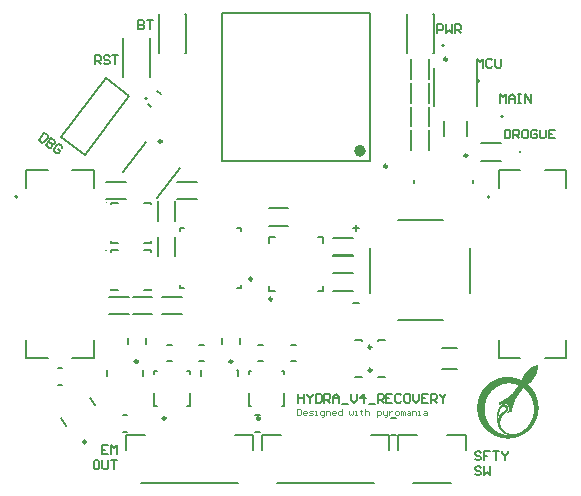
<source format=gto>
G04*
G04 #@! TF.GenerationSoftware,Altium Limited,Altium Designer,24.4.1 (13)*
G04*
G04 Layer_Color=65535*
%FSLAX44Y44*%
%MOMM*%
G71*
G04*
G04 #@! TF.SameCoordinates,36E66750-E4A1-4D4F-82B0-1BBA9B0B1F2C*
G04*
G04*
G04 #@! TF.FilePolarity,Positive*
G04*
G01*
G75*
%ADD10C,0.2500*%
%ADD11C,0.1000*%
%ADD12C,0.2000*%
%ADD13C,0.5000*%
%ADD14C,0.1500*%
%ADD15C,0.1270*%
%ADD16C,0.1692*%
G36*
X205000Y-85000D02*
X204970Y-85711D01*
X204941Y-85800D01*
X204896Y-86170D01*
X204867Y-86584D01*
X204837Y-86940D01*
X204807Y-87117D01*
X204778Y-87265D01*
X204734Y-87665D01*
X204660Y-88124D01*
X204630Y-88243D01*
X204600Y-88391D01*
X204571Y-88657D01*
X204541Y-88805D01*
X204511Y-88924D01*
X204467Y-89087D01*
X204437Y-89294D01*
X204408Y-89472D01*
X204349Y-89620D01*
X204319Y-89738D01*
X204275Y-90019D01*
X204215Y-90167D01*
X204171Y-90330D01*
X204141Y-90538D01*
X204052Y-90745D01*
X204023Y-90863D01*
X203978Y-91056D01*
X203919Y-91204D01*
X203830Y-91530D01*
X203756Y-91692D01*
X203727Y-91811D01*
X203579Y-92196D01*
X203549Y-92314D01*
X203431Y-92581D01*
X203401Y-92699D01*
X203342Y-92759D01*
X203312Y-92877D01*
X203164Y-93203D01*
X203105Y-93351D01*
X202986Y-93617D01*
X202957Y-93677D01*
X202897Y-93736D01*
X202853Y-93899D01*
X202779Y-94002D01*
X202720Y-94150D01*
X202690Y-94210D01*
X202631Y-94269D01*
X202557Y-94461D01*
X202512Y-94506D01*
X202483Y-94565D01*
X202365Y-94772D01*
X202216Y-95039D01*
X202098Y-95246D01*
X202039Y-95305D01*
X202009Y-95424D01*
X201891Y-95542D01*
X201861Y-95631D01*
X201743Y-95809D01*
X201713Y-95868D01*
X201624Y-95957D01*
X201535Y-96105D01*
X201417Y-96283D01*
X201387Y-96342D01*
X201298Y-96431D01*
X201269Y-96490D01*
X201180Y-96579D01*
X201091Y-96727D01*
X200810Y-97097D01*
X200765Y-97141D01*
X200736Y-97200D01*
X200617Y-97319D01*
X200529Y-97467D01*
X200440Y-97556D01*
X200410Y-97615D01*
X200292Y-97733D01*
X200262Y-97793D01*
X200084Y-97970D01*
X200055Y-98030D01*
X199907Y-98178D01*
X199877Y-98237D01*
X199729Y-98385D01*
X199699Y-98444D01*
X199640Y-98474D01*
X199611Y-98533D01*
X199462Y-98681D01*
X199433Y-98740D01*
X199344Y-98799D01*
X199314Y-98859D01*
X197967Y-100206D01*
X197923Y-100221D01*
X197893Y-100280D01*
X197848Y-100325D01*
X197789Y-100354D01*
X197701Y-100473D01*
X197641Y-100502D01*
X197256Y-100887D01*
X197197Y-100917D01*
X196960Y-101154D01*
X196901Y-101183D01*
X196634Y-101450D01*
X196575Y-101480D01*
X196427Y-101628D01*
X196368Y-101657D01*
X196324Y-101790D01*
X196353Y-101879D01*
X196397Y-101924D01*
X196457Y-101953D01*
X196575Y-102072D01*
X196620Y-102087D01*
X196649Y-102146D01*
X196827Y-102294D01*
X197019Y-102486D01*
X197064Y-102501D01*
X197093Y-102560D01*
X197138Y-102605D01*
X197197Y-102634D01*
X197256Y-102723D01*
X197316Y-102753D01*
X198071Y-103508D01*
X198100Y-103567D01*
X198145Y-103612D01*
X198189Y-103626D01*
X198219Y-103686D01*
X198604Y-104071D01*
X198633Y-104130D01*
X198781Y-104278D01*
X198796Y-104322D01*
X198855Y-104352D01*
X198929Y-104456D01*
X199018Y-104544D01*
X199048Y-104604D01*
X199166Y-104722D01*
X199196Y-104781D01*
X199314Y-104900D01*
X199344Y-104959D01*
X199462Y-105077D01*
X199492Y-105137D01*
X199581Y-105225D01*
X199611Y-105285D01*
X199744Y-105448D01*
X199981Y-105744D01*
X200025Y-105788D01*
X200055Y-105847D01*
X200203Y-106055D01*
X200232Y-106114D01*
X200321Y-106203D01*
X200351Y-106262D01*
X200440Y-106351D01*
X200558Y-106558D01*
X200617Y-106617D01*
X200647Y-106677D01*
X200706Y-106736D01*
X200795Y-106884D01*
X200854Y-106943D01*
X201091Y-107358D01*
X201150Y-107417D01*
X201239Y-107565D01*
X201358Y-107772D01*
X201417Y-107831D01*
X201654Y-108246D01*
X201831Y-108542D01*
X201980Y-108809D01*
X202098Y-109016D01*
X202246Y-109283D01*
X202335Y-109490D01*
X202365Y-109549D01*
X202424Y-109608D01*
X202453Y-109727D01*
X202483Y-109786D01*
X202601Y-109964D01*
X202631Y-110082D01*
X202690Y-110141D01*
X202779Y-110378D01*
X202897Y-110645D01*
X202927Y-110704D01*
X203046Y-110970D01*
X203075Y-111030D01*
X203164Y-111237D01*
X203312Y-111563D01*
X203342Y-111681D01*
X203460Y-111948D01*
X203490Y-112066D01*
X203549Y-112125D01*
X203608Y-112362D01*
X203638Y-112421D01*
X203727Y-112629D01*
X203771Y-112792D01*
X203845Y-112954D01*
X203875Y-113073D01*
X203919Y-113236D01*
X203993Y-113399D01*
X204052Y-113636D01*
X204141Y-113843D01*
X204186Y-114065D01*
X204245Y-114213D01*
X204289Y-114376D01*
X204334Y-114598D01*
X204408Y-114790D01*
X204437Y-114909D01*
X204482Y-115131D01*
X204556Y-115383D01*
X204585Y-115501D01*
X204615Y-115768D01*
X204674Y-115916D01*
X204704Y-116034D01*
X204734Y-116241D01*
X204763Y-116360D01*
X204807Y-116552D01*
X204837Y-116671D01*
X204867Y-116908D01*
X204926Y-117263D01*
X204985Y-117500D01*
X205015Y-117855D01*
X205044Y-118122D01*
X205074Y-118270D01*
X205104Y-118448D01*
X205148Y-118847D01*
X205193Y-119632D01*
X205222Y-119810D01*
X205266Y-119913D01*
X205296Y-120002D01*
X205281Y-123186D01*
X205237Y-123200D01*
X205178Y-123615D01*
X205133Y-124429D01*
X205104Y-124666D01*
X205044Y-124962D01*
X205015Y-125259D01*
X204985Y-125584D01*
X204956Y-125732D01*
X204911Y-125895D01*
X204852Y-126310D01*
X204807Y-126561D01*
X204763Y-126724D01*
X204734Y-126932D01*
X204660Y-127243D01*
X204615Y-127406D01*
X204585Y-127524D01*
X204556Y-127761D01*
X204526Y-127850D01*
X204467Y-127998D01*
X204423Y-128279D01*
X204363Y-128427D01*
X204319Y-128590D01*
X204289Y-128708D01*
X204245Y-128871D01*
X204171Y-129064D01*
X204126Y-129316D01*
X204023Y-129567D01*
X203978Y-129760D01*
X203875Y-130011D01*
X203830Y-130204D01*
X203786Y-130248D01*
X203727Y-130485D01*
X203667Y-130633D01*
X203579Y-130841D01*
X203549Y-130959D01*
X203431Y-131226D01*
X203401Y-131344D01*
X203342Y-131403D01*
X203312Y-131522D01*
X203268Y-131685D01*
X203223Y-131729D01*
X203105Y-132025D01*
X203016Y-132232D01*
X202720Y-132884D01*
X202690Y-132943D01*
X202631Y-133002D01*
X202557Y-133195D01*
X202216Y-133831D01*
X202157Y-133980D01*
X202128Y-134039D01*
X202068Y-134098D01*
X201772Y-134631D01*
X201654Y-134838D01*
X201506Y-135105D01*
X201298Y-135430D01*
X201269Y-135490D01*
X201210Y-135549D01*
X201091Y-135756D01*
X201032Y-135815D01*
X201002Y-135904D01*
X200884Y-136082D01*
X200854Y-136141D01*
X200765Y-136230D01*
X200676Y-136378D01*
X200617Y-136437D01*
X200529Y-136585D01*
X200469Y-136645D01*
X200380Y-136793D01*
X200232Y-137000D01*
X199951Y-137370D01*
X199907Y-137415D01*
X199818Y-137563D01*
X199729Y-137652D01*
X199699Y-137711D01*
X199611Y-137800D01*
X199581Y-137859D01*
X199492Y-137948D01*
X199462Y-138007D01*
X199329Y-138170D01*
X199270Y-138258D01*
X199211Y-138288D01*
X199063Y-138466D01*
X198989Y-138569D01*
X198870Y-138688D01*
X198841Y-138747D01*
X198722Y-138866D01*
X198692Y-138925D01*
X198574Y-139043D01*
X198559Y-139088D01*
X198500Y-139117D01*
X198352Y-139295D01*
X198011Y-139635D01*
X197997Y-139680D01*
X197937Y-139710D01*
X197893Y-139754D01*
X197863Y-139813D01*
X197775Y-139872D01*
X197745Y-139932D01*
X197552Y-140124D01*
X197508Y-140139D01*
X197478Y-140198D01*
X197434Y-140243D01*
X197375Y-140272D01*
X197330Y-140317D01*
X197316Y-140361D01*
X197256Y-140391D01*
X196812Y-140835D01*
X196753Y-140864D01*
X196723Y-140924D01*
X196664Y-140953D01*
X196516Y-141101D01*
X196457Y-141131D01*
X196338Y-141249D01*
X196279Y-141279D01*
X196161Y-141397D01*
X196101Y-141427D01*
X195865Y-141664D01*
X195805Y-141694D01*
X195687Y-141812D01*
X195628Y-141842D01*
X195539Y-141931D01*
X195391Y-142019D01*
X195302Y-142108D01*
X195243Y-142138D01*
X195154Y-142227D01*
X195095Y-142256D01*
X194976Y-142375D01*
X194828Y-142464D01*
X194769Y-142523D01*
X194621Y-142612D01*
X194562Y-142671D01*
X194502Y-142701D01*
X194414Y-142789D01*
X194206Y-142908D01*
X194147Y-142967D01*
X194088Y-142997D01*
X193999Y-143085D01*
X193851Y-143174D01*
X193643Y-143293D01*
X193584Y-143352D01*
X193436Y-143441D01*
X193229Y-143559D01*
X193140Y-143648D01*
X192726Y-143885D01*
X192666Y-143944D01*
X192548Y-143974D01*
X192459Y-144063D01*
X192267Y-144137D01*
X192192Y-144211D01*
X191748Y-144448D01*
X191689Y-144507D01*
X191526Y-144551D01*
X191452Y-144625D01*
X191260Y-144699D01*
X191186Y-144773D01*
X191023Y-144818D01*
X190919Y-144892D01*
X190771Y-144951D01*
X190712Y-144981D01*
X190564Y-145070D01*
X190416Y-145129D01*
X190149Y-145247D01*
X189823Y-145395D01*
X189764Y-145425D01*
X189705Y-145484D01*
X189513Y-145528D01*
X189320Y-145632D01*
X189202Y-145662D01*
X188935Y-145780D01*
X188743Y-145854D01*
X188580Y-145928D01*
X188417Y-145973D01*
X188165Y-146076D01*
X187973Y-146150D01*
X187839Y-146195D01*
X187603Y-146254D01*
X187395Y-146343D01*
X187158Y-146402D01*
X186951Y-146491D01*
X186759Y-146535D01*
X186611Y-146594D01*
X186448Y-146639D01*
X186225Y-146683D01*
X186033Y-146757D01*
X185915Y-146787D01*
X185693Y-146831D01*
X185574Y-146861D01*
X185411Y-146905D01*
X185293Y-146935D01*
X185071Y-146980D01*
X184819Y-147053D01*
X184389Y-147128D01*
X184153Y-147187D01*
X183679Y-147246D01*
X183560Y-147276D01*
X183398Y-147320D01*
X183190Y-147350D01*
X182731Y-147394D01*
X182435Y-147453D01*
X182035Y-147498D01*
X181191Y-147542D01*
X181014Y-147572D01*
X180925Y-147601D01*
X180910Y-147646D01*
X177653Y-147616D01*
X177505Y-147557D01*
X177208Y-147527D01*
X176231Y-147468D01*
X176142Y-147438D01*
X175787Y-147379D01*
X175402Y-147350D01*
X175121Y-147305D01*
X174958Y-147261D01*
X174839Y-147231D01*
X174440Y-147187D01*
X174084Y-147098D01*
X173729Y-147039D01*
X173388Y-146935D01*
X173092Y-146905D01*
X172944Y-146846D01*
X172707Y-146787D01*
X172544Y-146743D01*
X172352Y-146669D01*
X172130Y-146624D01*
X171789Y-146521D01*
X171523Y-146461D01*
X171315Y-146372D01*
X171153Y-146328D01*
X170990Y-146254D01*
X170871Y-146224D01*
X170708Y-146180D01*
X170546Y-146106D01*
X170309Y-146047D01*
X170042Y-145928D01*
X169746Y-145810D01*
X169554Y-145736D01*
X169509Y-145691D01*
X169391Y-145662D01*
X169228Y-145617D01*
X169035Y-145514D01*
X168917Y-145484D01*
X168858Y-145425D01*
X168710Y-145366D01*
X168621Y-145336D01*
X168473Y-145247D01*
X168354Y-145218D01*
X168029Y-145070D01*
X167969Y-145040D01*
X167821Y-144951D01*
X166844Y-144448D01*
X166577Y-144299D01*
X166518Y-144240D01*
X166400Y-144211D01*
X166311Y-144122D01*
X166119Y-144048D01*
X166044Y-143974D01*
X165896Y-143915D01*
X165837Y-143855D01*
X165630Y-143737D01*
X165571Y-143678D01*
X165423Y-143618D01*
X165334Y-143530D01*
X165186Y-143441D01*
X164978Y-143322D01*
X164919Y-143263D01*
X164712Y-143145D01*
X164342Y-142863D01*
X164105Y-142715D01*
X164060Y-142671D01*
X164001Y-142641D01*
X163912Y-142552D01*
X163764Y-142464D01*
X163705Y-142404D01*
X163646Y-142375D01*
X163483Y-142241D01*
X163187Y-142004D01*
X163142Y-141960D01*
X163083Y-141931D01*
X162994Y-141842D01*
X162846Y-141753D01*
X162757Y-141664D01*
X162698Y-141634D01*
X162461Y-141397D01*
X162402Y-141368D01*
X162284Y-141249D01*
X162224Y-141220D01*
X162076Y-141072D01*
X162017Y-141042D01*
X161928Y-140953D01*
X161869Y-140924D01*
X161825Y-140879D01*
X161810Y-140835D01*
X161751Y-140805D01*
X161306Y-140361D01*
X161262Y-140346D01*
X161232Y-140287D01*
X161188Y-140243D01*
X161129Y-140213D01*
X161070Y-140124D01*
X161010Y-140094D01*
X160818Y-139902D01*
X160788Y-139843D01*
X160699Y-139784D01*
X160670Y-139724D01*
X160625Y-139680D01*
X160581Y-139665D01*
X160551Y-139606D01*
X160137Y-139191D01*
X160107Y-139132D01*
X160063Y-139088D01*
X160018Y-139073D01*
X159989Y-139014D01*
X159870Y-138895D01*
X159840Y-138836D01*
X159722Y-138717D01*
X159692Y-138658D01*
X159544Y-138510D01*
X159515Y-138451D01*
X159396Y-138333D01*
X159367Y-138273D01*
X159278Y-138214D01*
X159248Y-138155D01*
X159159Y-138066D01*
X159130Y-138007D01*
X158997Y-137844D01*
X158923Y-137740D01*
X158863Y-137681D01*
X158834Y-137622D01*
X158715Y-137503D01*
X158626Y-137355D01*
X158567Y-137296D01*
X158538Y-137237D01*
X158449Y-137148D01*
X158360Y-137000D01*
X158301Y-136941D01*
X158271Y-136882D01*
X158123Y-136674D01*
X158093Y-136615D01*
X158005Y-136526D01*
X157916Y-136378D01*
X157857Y-136319D01*
X157768Y-136171D01*
X157708Y-136112D01*
X157679Y-136023D01*
X157590Y-135934D01*
X157531Y-135786D01*
X157442Y-135697D01*
X157205Y-135282D01*
X157146Y-135223D01*
X157057Y-135075D01*
X156909Y-134809D01*
X156790Y-134601D01*
X156642Y-134335D01*
X156583Y-134276D01*
X156553Y-134157D01*
X156435Y-133980D01*
X155902Y-132943D01*
X155843Y-132795D01*
X155724Y-132528D01*
X155428Y-131877D01*
X155310Y-131610D01*
X155236Y-131418D01*
X155162Y-131255D01*
X155117Y-131092D01*
X155043Y-130959D01*
X155014Y-130841D01*
X154955Y-130693D01*
X154866Y-130485D01*
X154821Y-130322D01*
X154747Y-130160D01*
X154703Y-129967D01*
X154643Y-129819D01*
X154599Y-129686D01*
X154570Y-129567D01*
X154495Y-129375D01*
X154451Y-129241D01*
X154392Y-128975D01*
X154333Y-128827D01*
X154303Y-128708D01*
X154258Y-128516D01*
X154199Y-128368D01*
X154155Y-128205D01*
X154110Y-127983D01*
X154036Y-127731D01*
X154007Y-127524D01*
X153962Y-127331D01*
X153888Y-127080D01*
X153859Y-126872D01*
X153814Y-126680D01*
X153755Y-126443D01*
X153726Y-126177D01*
X153666Y-125851D01*
X153607Y-125614D01*
X153577Y-125259D01*
X153548Y-124992D01*
X153518Y-124814D01*
X153489Y-124666D01*
X153444Y-124267D01*
X153400Y-123482D01*
X153370Y-123304D01*
X153326Y-123200D01*
X153296Y-123112D01*
X153326Y-119884D01*
X153385Y-119736D01*
X153415Y-119440D01*
X153444Y-118699D01*
X153474Y-118581D01*
X153503Y-118285D01*
X153533Y-118196D01*
X153563Y-117900D01*
X153592Y-117692D01*
X153622Y-117367D01*
X153681Y-117219D01*
X153740Y-116715D01*
X153770Y-116597D01*
X153814Y-116434D01*
X153844Y-116286D01*
X153903Y-115931D01*
X153977Y-115679D01*
X154007Y-115560D01*
X154036Y-115323D01*
X154096Y-115175D01*
X154155Y-114938D01*
X154199Y-114716D01*
X154273Y-114553D01*
X154303Y-114346D01*
X154377Y-114154D01*
X154421Y-113991D01*
X154466Y-113798D01*
X154525Y-113650D01*
X154570Y-113517D01*
X154614Y-113354D01*
X154673Y-113206D01*
X154718Y-113073D01*
X154762Y-112910D01*
X154836Y-112747D01*
X154895Y-112510D01*
X155014Y-112244D01*
X155043Y-112125D01*
X155132Y-111977D01*
X155177Y-111814D01*
X155221Y-111711D01*
X155280Y-111563D01*
X155354Y-111370D01*
X155399Y-111326D01*
X155428Y-111207D01*
X155872Y-110230D01*
X156228Y-109549D01*
X156317Y-109342D01*
X156346Y-109283D01*
X156405Y-109223D01*
X156435Y-109105D01*
X156553Y-108927D01*
X156790Y-108512D01*
X156938Y-108246D01*
X157057Y-108039D01*
X157116Y-107979D01*
X157353Y-107565D01*
X157412Y-107506D01*
X157531Y-107298D01*
X157738Y-106973D01*
X157768Y-106913D01*
X157857Y-106825D01*
X157901Y-106721D01*
X157945Y-106706D01*
X157975Y-106647D01*
X158167Y-106366D01*
X158242Y-106262D01*
X158449Y-105966D01*
X158478Y-105907D01*
X158567Y-105818D01*
X158597Y-105758D01*
X158715Y-105640D01*
X158745Y-105581D01*
X158834Y-105492D01*
X158863Y-105433D01*
X158923Y-105374D01*
X158952Y-105314D01*
X159085Y-105152D01*
X159130Y-105107D01*
X159159Y-105048D01*
X159278Y-104929D01*
X159307Y-104870D01*
X159426Y-104752D01*
X159456Y-104692D01*
X159604Y-104544D01*
X159633Y-104485D01*
X159722Y-104396D01*
X159737Y-104352D01*
X159796Y-104322D01*
X159870Y-104219D01*
X159989Y-104100D01*
X160018Y-104041D01*
X160551Y-103508D01*
X160581Y-103449D01*
X160670Y-103390D01*
X160699Y-103330D01*
X161306Y-102723D01*
X161366Y-102694D01*
X161425Y-102605D01*
X161484Y-102575D01*
X161899Y-102161D01*
X161958Y-102131D01*
X162195Y-101894D01*
X162254Y-101865D01*
X162372Y-101746D01*
X162432Y-101716D01*
X162580Y-101568D01*
X162639Y-101539D01*
X162757Y-101420D01*
X162802Y-101405D01*
X162817Y-101361D01*
X162876Y-101331D01*
X162980Y-101257D01*
X162994Y-101213D01*
X163142Y-101124D01*
X163231Y-101035D01*
X163290Y-101006D01*
X163379Y-100917D01*
X163527Y-100828D01*
X163616Y-100739D01*
X163675Y-100710D01*
X163705Y-100650D01*
X163912Y-100532D01*
X163972Y-100473D01*
X164031Y-100443D01*
X164090Y-100384D01*
X164149Y-100354D01*
X164312Y-100221D01*
X164549Y-100073D01*
X164653Y-99999D01*
X164712Y-99940D01*
X164919Y-99821D01*
X165126Y-99673D01*
X165334Y-99555D01*
X165393Y-99495D01*
X165556Y-99421D01*
X165571Y-99377D01*
X165778Y-99258D01*
X166044Y-99110D01*
X166252Y-98992D01*
X166518Y-98844D01*
X166577Y-98785D01*
X166696Y-98755D01*
X166785Y-98666D01*
X166933Y-98607D01*
X166992Y-98577D01*
X167051Y-98518D01*
X167244Y-98444D01*
X167880Y-98104D01*
X168029Y-98044D01*
X168088Y-98015D01*
X168621Y-97778D01*
X169006Y-97600D01*
X169065Y-97571D01*
X169124Y-97511D01*
X169346Y-97467D01*
X169539Y-97363D01*
X169702Y-97319D01*
X169953Y-97215D01*
X170101Y-97156D01*
X170309Y-97067D01*
X170427Y-97038D01*
X170634Y-96949D01*
X170753Y-96919D01*
X170916Y-96875D01*
X171079Y-96801D01*
X171315Y-96742D01*
X171523Y-96653D01*
X171641Y-96623D01*
X171834Y-96549D01*
X171997Y-96505D01*
X172234Y-96475D01*
X172441Y-96386D01*
X172559Y-96356D01*
X172722Y-96312D01*
X172974Y-96238D01*
X173181Y-96208D01*
X173374Y-96164D01*
X173625Y-96090D01*
X173833Y-96060D01*
X173951Y-96031D01*
X174099Y-95971D01*
X174395Y-95942D01*
X174603Y-95912D01*
X174721Y-95883D01*
X174913Y-95838D01*
X175032Y-95809D01*
X175298Y-95779D01*
X175535Y-95749D01*
X175683Y-95720D01*
X175861Y-95690D01*
X176261Y-95646D01*
X176720Y-95601D01*
X176957Y-95572D01*
X177253Y-95542D01*
X177667Y-95513D01*
X178911Y-95483D01*
X179666Y-95468D01*
X179755Y-95498D01*
X181325Y-95527D01*
X181413Y-95557D01*
X181872Y-95601D01*
X182139Y-95631D01*
X182524Y-95661D01*
X183057Y-95749D01*
X183294Y-95779D01*
X183590Y-95809D01*
X183827Y-95868D01*
X183975Y-95898D01*
X184153Y-95927D01*
X184389Y-95957D01*
X184538Y-95986D01*
X184671Y-96031D01*
X184789Y-96060D01*
X185174Y-96120D01*
X185322Y-96179D01*
X185441Y-96208D01*
X185693Y-96253D01*
X186033Y-96356D01*
X186255Y-96401D01*
X186418Y-96475D01*
X186625Y-96505D01*
X186818Y-96579D01*
X186951Y-96623D01*
X187218Y-96682D01*
X187425Y-96771D01*
X187543Y-96801D01*
X187839Y-96919D01*
X188032Y-96964D01*
X188165Y-97038D01*
X188284Y-97067D01*
X188447Y-97112D01*
X188491Y-97156D01*
X188698Y-97215D01*
X189024Y-97363D01*
X189142Y-97393D01*
X189675Y-97630D01*
X189823Y-97689D01*
X190090Y-97808D01*
X190149Y-97837D01*
X190475Y-97985D01*
X190593Y-97956D01*
X190638Y-97911D01*
X190712Y-97719D01*
X190786Y-97645D01*
X190860Y-97452D01*
X190934Y-97378D01*
X190978Y-97215D01*
X191052Y-97141D01*
X191112Y-96993D01*
X191141Y-96934D01*
X191201Y-96875D01*
X191245Y-96742D01*
X191260Y-96727D01*
X191289Y-96667D01*
X191378Y-96519D01*
X191585Y-96134D01*
X191645Y-96075D01*
X191674Y-95957D01*
X191793Y-95779D01*
X192030Y-95365D01*
X192178Y-95098D01*
X192296Y-94891D01*
X192355Y-94831D01*
X192385Y-94713D01*
X192474Y-94624D01*
X192622Y-94358D01*
X192829Y-94032D01*
X192859Y-93973D01*
X192918Y-93913D01*
X193155Y-93499D01*
X193214Y-93440D01*
X193303Y-93292D01*
X193451Y-93084D01*
X193570Y-92877D01*
X193658Y-92788D01*
X193688Y-92699D01*
X193777Y-92611D01*
X193866Y-92462D01*
X193925Y-92403D01*
X194014Y-92255D01*
X194073Y-92196D01*
X194102Y-92137D01*
X194221Y-92018D01*
X194310Y-91870D01*
X194369Y-91811D01*
X194399Y-91752D01*
X194487Y-91663D01*
X194576Y-91515D01*
X194665Y-91426D01*
X194695Y-91367D01*
X194902Y-91159D01*
X194932Y-91100D01*
X195065Y-90937D01*
X195198Y-90804D01*
X195228Y-90745D01*
X195346Y-90626D01*
X195376Y-90567D01*
X196205Y-89738D01*
X196235Y-89679D01*
X196338Y-89605D01*
X196694Y-89249D01*
X196753Y-89220D01*
X196990Y-88983D01*
X197049Y-88953D01*
X197167Y-88835D01*
X197227Y-88805D01*
X197316Y-88716D01*
X197375Y-88687D01*
X197478Y-88613D01*
X197493Y-88568D01*
X197552Y-88539D01*
X197626Y-88494D01*
X197656Y-88435D01*
X197819Y-88331D01*
X198189Y-88050D01*
X198234Y-88006D01*
X198441Y-87887D01*
X198648Y-87739D01*
X198974Y-87532D01*
X199033Y-87502D01*
X199092Y-87443D01*
X199300Y-87325D01*
X199566Y-87177D01*
X199773Y-87058D01*
X200040Y-86910D01*
X200099Y-86851D01*
X200262Y-86806D01*
X200336Y-86732D01*
X200529Y-86658D01*
X200721Y-86555D01*
X200839Y-86525D01*
X200928Y-86436D01*
X201091Y-86392D01*
X201284Y-86288D01*
X201476Y-86214D01*
X201639Y-86140D01*
X201831Y-86066D01*
X201876Y-86022D01*
X201994Y-85992D01*
X202187Y-85918D01*
X202231Y-85874D01*
X202424Y-85829D01*
X202735Y-85696D01*
X202912Y-85666D01*
X203060Y-85577D01*
X203253Y-85533D01*
X203505Y-85429D01*
X203771Y-85370D01*
X203978Y-85281D01*
X204171Y-85237D01*
X204319Y-85178D01*
X204482Y-85133D01*
X204748Y-85104D01*
X204822Y-85030D01*
X204837Y-84985D01*
X205000Y-85000D01*
D02*
G37*
%LPC*%
G36*
X175876Y-120669D02*
X175135Y-120698D01*
X174928Y-120787D01*
X174780Y-120817D01*
X174721Y-120876D01*
X174454Y-121024D01*
X174395Y-121083D01*
X174336Y-121113D01*
X174247Y-121202D01*
X174188Y-121231D01*
X174040Y-121379D01*
X173981Y-121409D01*
X173907Y-121483D01*
X173877Y-121542D01*
X173759Y-121661D01*
X173729Y-121720D01*
X173610Y-121838D01*
X173522Y-121986D01*
X173314Y-122312D01*
X173107Y-122697D01*
X173048Y-122845D01*
X172959Y-122993D01*
X172900Y-123141D01*
X172781Y-123408D01*
X172707Y-123600D01*
X172663Y-123645D01*
X172604Y-123882D01*
X172485Y-124148D01*
X172441Y-124311D01*
X172381Y-124429D01*
X172367Y-124444D01*
X172337Y-124563D01*
X172293Y-124726D01*
X172219Y-124888D01*
X172145Y-125199D01*
X172071Y-125362D01*
X172026Y-125614D01*
X171967Y-125762D01*
X171923Y-125925D01*
X171878Y-126147D01*
X171804Y-126339D01*
X171775Y-126458D01*
X171730Y-126710D01*
X171656Y-126961D01*
X171626Y-127080D01*
X171582Y-127361D01*
X171508Y-127613D01*
X171478Y-127820D01*
X171434Y-128013D01*
X171375Y-128249D01*
X171345Y-128486D01*
X171315Y-128753D01*
X171256Y-128990D01*
X171227Y-129138D01*
X171197Y-129434D01*
X171153Y-129834D01*
X171123Y-129952D01*
X171064Y-130248D01*
X171108Y-130352D01*
X171153Y-130337D01*
X171182Y-130219D01*
X171227Y-130056D01*
X171271Y-130011D01*
X171330Y-129863D01*
X171375Y-129671D01*
X171464Y-129434D01*
X171493Y-129316D01*
X171626Y-129004D01*
X171656Y-128886D01*
X171715Y-128827D01*
X171775Y-128620D01*
X171923Y-128294D01*
X171952Y-128235D01*
X172011Y-128175D01*
X172100Y-127938D01*
X172160Y-127879D01*
X172189Y-127761D01*
X172278Y-127613D01*
X172396Y-127406D01*
X172456Y-127346D01*
X172574Y-127139D01*
X172766Y-126858D01*
X173003Y-126561D01*
X173078Y-126458D01*
X173344Y-126191D01*
X173359Y-126147D01*
X173418Y-126117D01*
X173492Y-126014D01*
X173566Y-125940D01*
X173625Y-125910D01*
X173788Y-125777D01*
X173833Y-125732D01*
X173892Y-125703D01*
X173981Y-125614D01*
X174129Y-125525D01*
X174336Y-125407D01*
X174395Y-125347D01*
X174514Y-125318D01*
X174691Y-125199D01*
X174810Y-125170D01*
X174958Y-125081D01*
X175239Y-124977D01*
X175284Y-124933D01*
X175550Y-124874D01*
X175817Y-124755D01*
X175935Y-124726D01*
X175994Y-124666D01*
X176231Y-124607D01*
X176290Y-124577D01*
X176350Y-124518D01*
X176468Y-124489D01*
X176616Y-124400D01*
X176675Y-124340D01*
X176735Y-124311D01*
X176824Y-124222D01*
X176971Y-124133D01*
X177016Y-124089D01*
X177046Y-124030D01*
X177164Y-123911D01*
X177194Y-123852D01*
X177283Y-123704D01*
X177460Y-123319D01*
X177490Y-123171D01*
X177549Y-123023D01*
X177579Y-122727D01*
X177549Y-122253D01*
X177460Y-122046D01*
X177430Y-121868D01*
X177312Y-121690D01*
X177253Y-121542D01*
X177164Y-121453D01*
X177134Y-121394D01*
X176824Y-121083D01*
X176764Y-121053D01*
X176675Y-120965D01*
X176483Y-120891D01*
X176409Y-120817D01*
X176142Y-120757D01*
X175994Y-120698D01*
X175876Y-120669D01*
D02*
G37*
G36*
X179962Y-100887D02*
X179874Y-100917D01*
X178837Y-100947D01*
X178748Y-100976D01*
X177949Y-101035D01*
X177830Y-101065D01*
X177549Y-101109D01*
X177194Y-101169D01*
X176957Y-101198D01*
X176809Y-101228D01*
X176646Y-101272D01*
X176527Y-101302D01*
X176157Y-101346D01*
X175817Y-101450D01*
X175535Y-101494D01*
X175387Y-101553D01*
X175269Y-101583D01*
X175121Y-101613D01*
X175002Y-101642D01*
X174839Y-101716D01*
X174499Y-101790D01*
X174336Y-101865D01*
X174144Y-101909D01*
X173995Y-101968D01*
X173803Y-102042D01*
X173655Y-102072D01*
X173596Y-102131D01*
X173403Y-102175D01*
X173285Y-102205D01*
X173092Y-102309D01*
X172929Y-102353D01*
X172885Y-102397D01*
X172737Y-102457D01*
X172574Y-102501D01*
X172530Y-102545D01*
X172248Y-102649D01*
X172115Y-102723D01*
X171967Y-102782D01*
X171819Y-102871D01*
X171626Y-102945D01*
X171582Y-102990D01*
X171464Y-103019D01*
X171315Y-103108D01*
X170783Y-103404D01*
X170634Y-103463D01*
X170486Y-103552D01*
X170279Y-103671D01*
X170220Y-103730D01*
X170101Y-103760D01*
X170012Y-103848D01*
X169598Y-104085D01*
X169539Y-104145D01*
X169391Y-104234D01*
X169331Y-104293D01*
X169183Y-104382D01*
X168976Y-104500D01*
X168917Y-104559D01*
X168769Y-104648D01*
X168710Y-104707D01*
X168650Y-104737D01*
X168280Y-105018D01*
X168176Y-105092D01*
X168117Y-105152D01*
X167969Y-105240D01*
X167910Y-105300D01*
X167851Y-105329D01*
X167732Y-105448D01*
X167673Y-105477D01*
X167555Y-105596D01*
X167495Y-105625D01*
X167466Y-105684D01*
X167407Y-105714D01*
X167244Y-105847D01*
X167199Y-105892D01*
X167140Y-105921D01*
X166903Y-106158D01*
X166844Y-106188D01*
X166577Y-106454D01*
X166518Y-106484D01*
X166459Y-106573D01*
X166400Y-106602D01*
X166355Y-106647D01*
X166341Y-106691D01*
X166281Y-106721D01*
X166207Y-106795D01*
X166192Y-106839D01*
X166133Y-106869D01*
X165911Y-107091D01*
X165896Y-107135D01*
X165837Y-107165D01*
X165793Y-107210D01*
X165763Y-107269D01*
X165660Y-107343D01*
X165511Y-107521D01*
X165378Y-107654D01*
X165348Y-107713D01*
X165260Y-107772D01*
X165230Y-107831D01*
X165082Y-107979D01*
X165052Y-108039D01*
X164934Y-108157D01*
X164904Y-108216D01*
X164786Y-108335D01*
X164756Y-108394D01*
X164638Y-108512D01*
X164608Y-108572D01*
X164490Y-108690D01*
X164460Y-108749D01*
X164371Y-108838D01*
X164342Y-108897D01*
X164253Y-108986D01*
X164223Y-109046D01*
X164090Y-109208D01*
X164016Y-109312D01*
X163957Y-109371D01*
X163868Y-109519D01*
X163809Y-109579D01*
X163720Y-109727D01*
X163661Y-109786D01*
X163572Y-109934D01*
X163424Y-110141D01*
X163216Y-110467D01*
X163187Y-110526D01*
X163098Y-110615D01*
X163068Y-110704D01*
X162950Y-110882D01*
X162861Y-111030D01*
X162743Y-111237D01*
X162683Y-111296D01*
X162624Y-111444D01*
X162565Y-111503D01*
X162506Y-111651D01*
X162476Y-111711D01*
X162417Y-111770D01*
X162343Y-111962D01*
X162269Y-112036D01*
X162195Y-112229D01*
X162121Y-112303D01*
X162091Y-112421D01*
X161973Y-112629D01*
X161913Y-112777D01*
X161825Y-112925D01*
X161795Y-113043D01*
X161736Y-113103D01*
X161617Y-113399D01*
X161528Y-113606D01*
X161380Y-113932D01*
X161351Y-114021D01*
X161232Y-114287D01*
X161203Y-114405D01*
X161143Y-114465D01*
X161099Y-114657D01*
X161040Y-114805D01*
X160996Y-114850D01*
X160951Y-115042D01*
X160892Y-115190D01*
X160818Y-115383D01*
X160788Y-115560D01*
X160699Y-115768D01*
X160640Y-116004D01*
X160551Y-116212D01*
X160477Y-116523D01*
X160403Y-116715D01*
X160374Y-116952D01*
X160285Y-117160D01*
X160255Y-117367D01*
X160211Y-117559D01*
X160166Y-117722D01*
X160137Y-117840D01*
X160107Y-118048D01*
X160063Y-118240D01*
X160018Y-118403D01*
X159989Y-118522D01*
X159915Y-119069D01*
X159855Y-119306D01*
X159826Y-119602D01*
X159796Y-119928D01*
X159737Y-120284D01*
X159692Y-120683D01*
X159648Y-121557D01*
X159619Y-122238D01*
X159604Y-123260D01*
X159633Y-123349D01*
X159663Y-124415D01*
X159692Y-124503D01*
X159722Y-125244D01*
X159752Y-125333D01*
X159796Y-125614D01*
X159826Y-125940D01*
X159855Y-126236D01*
X159915Y-126473D01*
X159944Y-126621D01*
X159974Y-126887D01*
X160033Y-127213D01*
X160077Y-127376D01*
X160107Y-127494D01*
X160152Y-127776D01*
X160196Y-127938D01*
X160255Y-128175D01*
X160285Y-128412D01*
X160374Y-128620D01*
X160403Y-128827D01*
X160477Y-129019D01*
X160522Y-129182D01*
X160566Y-129375D01*
X160625Y-129523D01*
X160670Y-129656D01*
X160714Y-129848D01*
X160788Y-130011D01*
X160818Y-130130D01*
X160862Y-130293D01*
X160966Y-130544D01*
X160996Y-130663D01*
X161114Y-130929D01*
X161143Y-131048D01*
X161232Y-131255D01*
X161306Y-131448D01*
X161351Y-131492D01*
X161380Y-131610D01*
X161440Y-131758D01*
X161528Y-131966D01*
X161677Y-132262D01*
Y-132292D01*
X161973Y-132913D01*
X162002Y-132973D01*
X162062Y-133032D01*
X162150Y-133269D01*
X162210Y-133328D01*
X162284Y-133520D01*
X162358Y-133595D01*
X162432Y-133787D01*
X162506Y-133861D01*
X162535Y-133980D01*
X162654Y-134157D01*
X162743Y-134305D01*
X162802Y-134365D01*
X162831Y-134483D01*
X162920Y-134572D01*
X163157Y-134986D01*
X163216Y-135046D01*
X163305Y-135194D01*
X163424Y-135401D01*
X163512Y-135490D01*
X163601Y-135638D01*
X163897Y-136052D01*
X164179Y-136423D01*
X164223Y-136467D01*
X164312Y-136615D01*
X164371Y-136674D01*
X164401Y-136734D01*
X164519Y-136852D01*
X164549Y-136911D01*
X164638Y-137000D01*
X164667Y-137059D01*
X164786Y-137178D01*
X164816Y-137237D01*
X164934Y-137355D01*
X164964Y-137415D01*
X165201Y-137652D01*
X165230Y-137711D01*
X165378Y-137859D01*
X165408Y-137918D01*
X165645Y-138155D01*
X165674Y-138214D01*
X165748Y-138288D01*
X165793Y-138303D01*
X165822Y-138362D01*
X165867Y-138407D01*
X165926Y-138436D01*
X166000Y-138540D01*
X166089Y-138599D01*
X166119Y-138658D01*
X166163Y-138703D01*
X166222Y-138732D01*
X166296Y-138836D01*
X166355Y-138866D01*
X166385Y-138925D01*
X166459Y-138999D01*
X166518Y-139029D01*
X166548Y-139088D01*
X166607Y-139117D01*
X166755Y-139265D01*
X166814Y-139295D01*
X167051Y-139532D01*
X167111Y-139562D01*
X167258Y-139710D01*
X167318Y-139739D01*
X167436Y-139858D01*
X167495Y-139887D01*
X167525Y-139946D01*
X167584Y-139976D01*
X167703Y-140094D01*
X167762Y-140124D01*
X167925Y-140257D01*
X168813Y-140939D01*
X169050Y-141087D01*
X169213Y-141190D01*
X169272Y-141249D01*
X169420Y-141338D01*
X169628Y-141457D01*
X169687Y-141516D01*
X170101Y-141753D01*
X170161Y-141812D01*
X170279Y-141842D01*
X170368Y-141931D01*
X170634Y-142079D01*
X171138Y-142345D01*
X171404Y-142493D01*
X171552Y-142552D01*
X171878Y-142701D01*
X171937Y-142730D01*
X172441Y-142967D01*
X172559Y-142997D01*
X172619Y-143056D01*
X172826Y-143115D01*
X173151Y-143263D01*
X173240Y-143293D01*
X173448Y-143382D01*
X173640Y-143426D01*
X173773Y-143500D01*
X173892Y-143530D01*
X174277Y-143678D01*
X174484Y-143707D01*
X174691Y-143796D01*
X174810Y-143826D01*
X174973Y-143870D01*
X175165Y-143944D01*
X175446Y-143989D01*
X175787Y-144092D01*
X176009Y-144137D01*
X176261Y-144211D01*
X176468Y-144240D01*
X176749Y-144285D01*
X176986Y-144344D01*
X177164Y-144374D01*
X177430Y-144403D01*
X177608Y-144433D01*
X177756Y-144462D01*
X177934Y-144492D01*
X178230Y-144522D01*
X178645Y-144551D01*
X178970Y-144581D01*
X179503Y-144640D01*
X180732Y-144655D01*
X180821Y-144625D01*
X181028Y-144596D01*
X181043Y-144581D01*
X180644Y-144536D01*
X179829Y-144492D01*
X179681Y-144462D01*
X179444Y-144403D01*
X179178Y-144374D01*
X179000Y-144344D01*
X178645Y-144255D01*
X178467Y-144226D01*
X178349Y-144196D01*
X178156Y-144122D01*
X178038Y-144092D01*
X177860Y-144063D01*
X177801Y-144003D01*
X177593Y-143944D01*
X177430Y-143900D01*
X177386Y-143855D01*
X177179Y-143796D01*
X176853Y-143648D01*
X176172Y-143293D01*
X175965Y-143174D01*
X175905Y-143115D01*
X175757Y-143056D01*
X175669Y-142967D01*
X175461Y-142849D01*
X175298Y-142745D01*
X175284Y-142701D01*
X175135Y-142612D01*
X175076Y-142552D01*
X174928Y-142464D01*
X174839Y-142375D01*
X174780Y-142345D01*
X174662Y-142227D01*
X174603Y-142197D01*
X174573Y-142138D01*
X174514Y-142108D01*
X174247Y-141842D01*
X174188Y-141812D01*
X174025Y-141649D01*
X173995Y-141590D01*
X173610Y-141205D01*
X173581Y-141146D01*
X173344Y-140909D01*
X173255Y-140761D01*
X173196Y-140702D01*
X173166Y-140642D01*
X173078Y-140554D01*
X173048Y-140494D01*
X172915Y-140331D01*
X172811Y-140169D01*
X172663Y-139961D01*
X172456Y-139635D01*
X172426Y-139576D01*
X172367Y-139517D01*
X172293Y-139325D01*
X172219Y-139251D01*
X172160Y-139102D01*
X172100Y-139043D01*
X172041Y-138895D01*
X171952Y-138747D01*
X171893Y-138599D01*
X171863Y-138540D01*
X171804Y-138481D01*
X171775Y-138362D01*
X171478Y-137711D01*
X171419Y-137563D01*
X171330Y-137355D01*
X171301Y-137237D01*
X171212Y-137030D01*
X171108Y-136748D01*
X171064Y-136615D01*
X171019Y-136423D01*
X170945Y-136260D01*
X170916Y-136141D01*
X170871Y-135978D01*
X170797Y-135815D01*
X170753Y-135534D01*
X170694Y-135386D01*
X170649Y-135223D01*
X170605Y-134972D01*
X170501Y-134631D01*
X170457Y-134290D01*
X170368Y-133935D01*
X170338Y-133669D01*
X170309Y-133491D01*
X170249Y-133195D01*
X170116Y-131995D01*
X170087Y-131788D01*
X170057Y-130781D01*
X170027Y-129508D01*
X170057Y-129419D01*
X170087Y-127998D01*
X170116Y-127909D01*
X170161Y-127509D01*
X170190Y-127272D01*
X170220Y-126917D01*
X170249Y-126680D01*
X170309Y-126384D01*
X170338Y-126206D01*
X170368Y-125940D01*
X170427Y-125703D01*
X170471Y-125540D01*
X170516Y-125199D01*
X170546Y-125081D01*
X170620Y-124888D01*
X170664Y-124577D01*
X170723Y-124429D01*
X170753Y-124311D01*
X170783Y-124163D01*
X170812Y-124044D01*
X170871Y-123896D01*
X170960Y-123571D01*
X171034Y-123408D01*
X171093Y-123141D01*
X171212Y-122875D01*
X171241Y-122756D01*
X171360Y-122490D01*
X171390Y-122371D01*
X171508Y-122105D01*
X171538Y-122046D01*
X171597Y-121986D01*
X171626Y-121868D01*
X171775Y-121542D01*
X171863Y-121394D01*
X171923Y-121246D01*
X171952Y-121157D01*
X172041Y-121068D01*
X172085Y-120876D01*
X172189Y-120713D01*
X172248Y-120565D01*
X172307Y-120506D01*
X172426Y-120298D01*
X172485Y-120239D01*
X172515Y-120150D01*
X172633Y-120032D01*
X172663Y-119973D01*
X173122Y-119514D01*
X173181Y-119484D01*
X173270Y-119395D01*
X173418Y-119306D01*
X173477Y-119247D01*
X173685Y-119129D01*
X174129Y-118921D01*
X174395Y-118803D01*
X174617Y-118758D01*
X174810Y-118685D01*
X175195Y-118655D01*
X175313Y-118625D01*
X175713Y-118610D01*
X176128Y-118640D01*
X176424Y-118670D01*
X176601Y-118699D01*
X176749Y-118758D01*
X176986Y-118818D01*
X177134Y-118877D01*
X177297Y-118951D01*
X177416Y-118981D01*
X177475Y-119040D01*
X177623Y-119099D01*
X177682Y-119129D01*
X177742Y-119188D01*
X177949Y-119306D01*
X178215Y-119514D01*
X178319Y-119588D01*
X178334Y-119632D01*
X178393Y-119662D01*
X178615Y-119884D01*
X178630Y-119928D01*
X178689Y-119958D01*
X178763Y-120062D01*
X178822Y-120121D01*
X178852Y-120180D01*
X179000Y-120387D01*
X179089Y-120535D01*
X179178Y-120743D01*
X179207Y-120802D01*
X179266Y-120861D01*
X179311Y-121053D01*
X179415Y-121305D01*
X179444Y-121512D01*
X179533Y-121868D01*
X179563Y-122164D01*
X179533Y-122816D01*
X179503Y-122904D01*
X179474Y-123023D01*
X179444Y-123230D01*
X179415Y-123349D01*
X179326Y-123556D01*
X179296Y-123674D01*
X179030Y-124178D01*
X178941Y-124326D01*
X178882Y-124385D01*
X178793Y-124533D01*
X178734Y-124592D01*
X178704Y-124651D01*
X178556Y-124799D01*
X178526Y-124859D01*
X178482Y-124903D01*
X178423Y-124933D01*
X178363Y-125022D01*
X178304Y-125051D01*
X178230Y-125125D01*
X178200Y-125184D01*
X178067Y-125347D01*
X178008Y-125377D01*
X177889Y-125495D01*
X177830Y-125525D01*
X177742Y-125614D01*
X177608Y-125688D01*
X177593Y-125732D01*
X177534Y-125762D01*
X177386Y-125910D01*
X177327Y-125940D01*
X177060Y-126206D01*
X177016Y-126221D01*
X176986Y-126280D01*
X176942Y-126325D01*
X176883Y-126354D01*
X176128Y-127109D01*
X176113Y-127154D01*
X176054Y-127183D01*
X175979Y-127287D01*
X175743Y-127524D01*
X175713Y-127583D01*
X175595Y-127702D01*
X175565Y-127761D01*
X175506Y-127790D01*
X175476Y-127850D01*
X175343Y-128013D01*
X175269Y-128116D01*
X175180Y-128205D01*
X175150Y-128264D01*
X175061Y-128353D01*
X174973Y-128501D01*
X174913Y-128560D01*
X174825Y-128708D01*
X174765Y-128768D01*
X174676Y-128916D01*
X174617Y-128975D01*
X174499Y-129182D01*
X174232Y-129626D01*
X174114Y-129834D01*
X173966Y-130100D01*
X173729Y-130604D01*
X173699Y-130663D01*
X173610Y-130870D01*
X173462Y-131196D01*
X173433Y-131344D01*
X173374Y-131403D01*
X173285Y-131758D01*
X173196Y-131966D01*
X173122Y-132277D01*
X173078Y-132410D01*
X173048Y-132528D01*
X173003Y-132810D01*
X172944Y-133047D01*
X172915Y-133224D01*
X172885Y-133609D01*
X172855Y-133935D01*
X172826Y-134438D01*
X172811Y-134601D01*
X172840Y-134690D01*
X172870Y-135401D01*
X172900Y-135490D01*
X172929Y-135934D01*
X172989Y-136082D01*
X173048Y-136437D01*
X173092Y-136600D01*
X173151Y-136748D01*
X173181Y-136896D01*
X173211Y-137015D01*
X173270Y-137163D01*
X173314Y-137296D01*
X173344Y-137415D01*
X173374Y-137474D01*
X173492Y-137740D01*
X173522Y-137800D01*
X173610Y-138007D01*
X173847Y-138451D01*
X173966Y-138658D01*
X174114Y-138925D01*
X174173Y-138984D01*
X174203Y-139073D01*
X174292Y-139162D01*
X174380Y-139310D01*
X174440Y-139369D01*
X174529Y-139517D01*
X174588Y-139576D01*
X174662Y-139710D01*
X174721Y-139739D01*
X174795Y-139843D01*
X174854Y-139902D01*
X174884Y-139961D01*
X175002Y-140080D01*
X175032Y-140139D01*
X175180Y-140287D01*
X175210Y-140346D01*
X175284Y-140420D01*
X175328Y-140435D01*
X175358Y-140494D01*
X175402Y-140539D01*
X175461Y-140568D01*
X175506Y-140613D01*
X175520Y-140657D01*
X175580Y-140687D01*
X175876Y-140983D01*
X175935Y-141012D01*
X176024Y-141101D01*
X176083Y-141131D01*
X176202Y-141249D01*
X176261Y-141279D01*
X176379Y-141397D01*
X176439Y-141427D01*
X176498Y-141486D01*
X176557Y-141516D01*
X176927Y-141768D01*
X176971Y-141812D01*
X177120Y-141901D01*
X177386Y-142049D01*
X177445Y-142108D01*
X177564Y-142138D01*
X177653Y-142227D01*
X177845Y-142301D01*
X177919Y-142375D01*
X178112Y-142449D01*
X178156Y-142493D01*
X178437Y-142597D01*
X178482Y-142641D01*
X178763Y-142745D01*
X178808Y-142789D01*
X179044Y-142849D01*
X179311Y-142967D01*
X179459Y-142997D01*
X179518Y-143056D01*
X179755Y-143115D01*
X179918Y-143160D01*
X180110Y-143233D01*
X180362Y-143278D01*
X180555Y-143352D01*
X180673Y-143382D01*
X180984Y-143426D01*
X181236Y-143500D01*
X181443Y-143530D01*
X181784Y-143574D01*
X181961Y-143604D01*
X182109Y-143633D01*
X182405Y-143663D01*
X183027Y-143693D01*
X183590Y-143722D01*
X183753Y-143737D01*
X183842Y-143707D01*
X185174Y-143678D01*
X185263Y-143648D01*
X185707Y-143618D01*
X185796Y-143589D01*
X186048Y-143544D01*
X186285Y-143515D01*
X186611Y-143456D01*
X186773Y-143411D01*
X186981Y-143382D01*
X187247Y-143352D01*
X187395Y-143293D01*
X187662Y-143263D01*
X187810Y-143204D01*
X188106Y-143115D01*
X188298Y-143041D01*
X188343Y-142997D01*
X188461Y-142967D01*
X188609Y-142908D01*
X188669Y-142849D01*
X188831Y-142804D01*
X189024Y-142701D01*
X189216Y-142626D01*
X189261Y-142582D01*
X189409Y-142523D01*
X189557Y-142434D01*
X189705Y-142375D01*
X189764Y-142345D01*
X189823Y-142286D01*
X190016Y-142212D01*
X190090Y-142138D01*
X190282Y-142064D01*
X190357Y-141990D01*
X190475Y-141960D01*
X190682Y-141812D01*
X190830Y-141723D01*
X191245Y-141486D01*
X191304Y-141427D01*
X191452Y-141338D01*
X191630Y-141220D01*
X191689Y-141190D01*
X191748Y-141131D01*
X191896Y-141042D01*
X191956Y-140983D01*
X192104Y-140894D01*
X192163Y-140835D01*
X192252Y-140805D01*
X192341Y-140716D01*
X192400Y-140687D01*
X192563Y-140554D01*
X192666Y-140479D01*
X192726Y-140420D01*
X192874Y-140331D01*
X192933Y-140272D01*
X192992Y-140243D01*
X193111Y-140124D01*
X193170Y-140094D01*
X193288Y-139976D01*
X193347Y-139946D01*
X193466Y-139828D01*
X193525Y-139798D01*
X193614Y-139710D01*
X193673Y-139680D01*
X193821Y-139532D01*
X193880Y-139502D01*
X194117Y-139265D01*
X194177Y-139236D01*
X194221Y-139191D01*
X194236Y-139147D01*
X194295Y-139117D01*
X195376Y-138036D01*
X195391Y-137992D01*
X195450Y-137962D01*
X195494Y-137918D01*
X195524Y-137859D01*
X195672Y-137711D01*
X195687Y-137666D01*
X195731Y-137652D01*
X195761Y-137592D01*
X195909Y-137444D01*
X195938Y-137385D01*
X196057Y-137267D01*
X196087Y-137207D01*
X196205Y-137089D01*
X196235Y-137030D01*
X196353Y-136911D01*
X196383Y-136852D01*
X196501Y-136734D01*
X196531Y-136674D01*
X196590Y-136615D01*
X196620Y-136556D01*
X196753Y-136393D01*
X196827Y-136289D01*
X196886Y-136230D01*
X196975Y-136082D01*
X197034Y-136023D01*
X197123Y-135875D01*
X197182Y-135815D01*
X197271Y-135667D01*
X197330Y-135608D01*
X197419Y-135460D01*
X197612Y-135179D01*
X197715Y-135016D01*
X197834Y-134809D01*
X197893Y-134749D01*
X198130Y-134335D01*
X198189Y-134276D01*
X198219Y-134157D01*
X198307Y-134068D01*
X198382Y-133876D01*
X198456Y-133802D01*
X198530Y-133609D01*
X198604Y-133535D01*
X198678Y-133343D01*
X198752Y-133269D01*
X198796Y-133106D01*
X198870Y-133032D01*
X198959Y-132795D01*
X199226Y-132232D01*
X199255Y-132173D01*
X199344Y-131966D01*
X199492Y-131640D01*
X199522Y-131551D01*
X199611Y-131403D01*
X199655Y-131240D01*
X199759Y-130989D01*
X199788Y-130870D01*
X199907Y-130604D01*
X199951Y-130441D01*
X199995Y-130396D01*
X200084Y-130041D01*
X200173Y-129834D01*
X200218Y-129641D01*
X200262Y-129538D01*
X200321Y-129389D01*
X200366Y-129167D01*
X200425Y-129019D01*
X200454Y-128901D01*
X200484Y-128723D01*
X200514Y-128605D01*
X200588Y-128442D01*
X200617Y-128235D01*
X200662Y-128042D01*
X200736Y-127790D01*
X200795Y-127406D01*
X200854Y-127257D01*
X200884Y-127050D01*
X200913Y-126754D01*
X201002Y-126399D01*
X201032Y-126191D01*
X201076Y-125732D01*
X201136Y-125436D01*
X201165Y-125199D01*
X201195Y-124637D01*
X201224Y-124222D01*
X201254Y-123956D01*
X201284Y-123215D01*
X201298Y-122312D01*
X201269Y-122223D01*
X201239Y-121335D01*
X201210Y-121246D01*
X201165Y-120343D01*
X201136Y-120106D01*
X201106Y-119958D01*
X201076Y-119780D01*
X201047Y-119514D01*
X201017Y-119218D01*
X200987Y-119069D01*
X200958Y-118951D01*
X200928Y-118803D01*
X200884Y-118403D01*
X200854Y-118285D01*
X200795Y-118077D01*
X200765Y-117959D01*
X200721Y-117678D01*
X200647Y-117426D01*
X200617Y-117308D01*
X200588Y-117071D01*
X200499Y-116863D01*
X200425Y-116523D01*
X200366Y-116375D01*
X200336Y-116256D01*
X200306Y-116108D01*
X200247Y-115960D01*
X200203Y-115827D01*
X200144Y-115590D01*
X200055Y-115383D01*
X200010Y-115190D01*
X199936Y-115057D01*
X199907Y-114938D01*
X199833Y-114746D01*
X199759Y-114583D01*
X199729Y-114435D01*
X199611Y-114169D01*
X199581Y-114080D01*
X199344Y-113547D01*
X199285Y-113399D01*
X199048Y-112895D01*
X198959Y-112747D01*
X198900Y-112599D01*
X198811Y-112451D01*
X198752Y-112303D01*
X198722Y-112244D01*
X198663Y-112184D01*
X198589Y-111992D01*
X198515Y-111918D01*
X198441Y-111726D01*
X198367Y-111651D01*
X198337Y-111533D01*
X198189Y-111326D01*
X198160Y-111237D01*
X198100Y-111178D01*
X197863Y-110763D01*
X197804Y-110704D01*
X197567Y-110289D01*
X197478Y-110200D01*
X197390Y-110052D01*
X197138Y-109682D01*
X197093Y-109638D01*
X197005Y-109490D01*
X196945Y-109431D01*
X196916Y-109371D01*
X196782Y-109208D01*
X196620Y-108986D01*
X196590Y-108927D01*
X196501Y-108838D01*
X196472Y-108779D01*
X196353Y-108661D01*
X196324Y-108601D01*
X196205Y-108483D01*
X196175Y-108424D01*
X196057Y-108305D01*
X196027Y-108246D01*
X195938Y-108157D01*
X195909Y-108098D01*
X195761Y-107950D01*
X195731Y-107891D01*
X195494Y-107654D01*
X195465Y-107594D01*
X195376Y-107535D01*
X195346Y-107476D01*
X194177Y-106306D01*
X194117Y-106277D01*
X193851Y-106010D01*
X193792Y-105981D01*
X193747Y-105936D01*
X193732Y-105892D01*
X193673Y-105862D01*
X193555Y-105744D01*
X193407Y-105655D01*
X193318Y-105566D01*
X193258Y-105536D01*
X193140Y-105418D01*
X193081Y-105388D01*
X193051Y-105329D01*
X192992Y-105300D01*
X192829Y-105166D01*
X192785Y-105122D01*
X192666Y-105092D01*
X192503Y-105196D01*
X192474Y-105255D01*
X192370Y-105329D01*
X192326Y-105374D01*
X192311Y-105418D01*
X192252Y-105448D01*
X191911Y-105788D01*
X191896Y-105833D01*
X191837Y-105862D01*
X191763Y-105936D01*
X191748Y-105981D01*
X191689Y-106010D01*
X191645Y-106055D01*
X191615Y-106114D01*
X191526Y-106173D01*
X191497Y-106232D01*
X191423Y-106306D01*
X191378Y-106321D01*
X191348Y-106380D01*
X190934Y-106795D01*
X190904Y-106854D01*
X190549Y-107210D01*
X190519Y-107269D01*
X190342Y-107446D01*
X190312Y-107506D01*
X190223Y-107594D01*
X190194Y-107654D01*
X190075Y-107772D01*
X190046Y-107831D01*
X189809Y-108068D01*
X189779Y-108127D01*
X189690Y-108216D01*
X189661Y-108276D01*
X189542Y-108394D01*
X189513Y-108453D01*
X189468Y-108527D01*
X189409Y-108557D01*
X189290Y-108735D01*
X189216Y-108809D01*
X189187Y-108868D01*
X189098Y-108957D01*
X189068Y-109016D01*
X189009Y-109075D01*
X188979Y-109134D01*
X188846Y-109297D01*
X188772Y-109401D01*
X188683Y-109490D01*
X188594Y-109638D01*
X188535Y-109697D01*
X188447Y-109845D01*
X188387Y-109904D01*
X188298Y-110052D01*
X188106Y-110334D01*
X188032Y-110437D01*
X187913Y-110645D01*
X187825Y-110733D01*
X187736Y-110882D01*
X187677Y-110941D01*
X187647Y-111030D01*
X187528Y-111207D01*
X187440Y-111355D01*
X187321Y-111563D01*
X187262Y-111622D01*
X187203Y-111770D01*
X187114Y-111859D01*
X187084Y-111977D01*
X186996Y-112066D01*
X186877Y-112273D01*
X186433Y-113073D01*
X186374Y-113221D01*
X186344Y-113280D01*
X186285Y-113339D01*
X186211Y-113532D01*
X186166Y-113576D01*
X186107Y-113724D01*
X185811Y-114346D01*
X185781Y-114405D01*
X185722Y-114465D01*
X185693Y-114583D01*
X185396Y-115235D01*
X185278Y-115501D01*
X185204Y-115694D01*
X185130Y-115827D01*
X185085Y-115990D01*
X185011Y-116123D01*
X184982Y-116241D01*
X184908Y-116434D01*
X184863Y-116478D01*
X184819Y-116671D01*
X184686Y-116982D01*
X184641Y-117145D01*
X184597Y-117189D01*
X184538Y-117426D01*
X184419Y-117722D01*
X184389Y-117840D01*
X184301Y-118048D01*
X184271Y-118166D01*
X184227Y-118329D01*
X184153Y-118492D01*
X184123Y-118610D01*
X184079Y-118803D01*
X184005Y-118966D01*
X183930Y-119277D01*
X183857Y-119440D01*
X183812Y-119691D01*
X183738Y-119884D01*
X183708Y-120002D01*
X183649Y-120269D01*
X183590Y-120417D01*
X183560Y-120535D01*
X183516Y-120757D01*
X183457Y-120906D01*
X183427Y-121053D01*
X183398Y-121231D01*
X183368Y-121350D01*
X183309Y-121498D01*
X183279Y-121646D01*
X183235Y-121927D01*
X183175Y-122075D01*
X183146Y-122282D01*
X183116Y-122401D01*
X183072Y-122623D01*
X182998Y-122875D01*
X182953Y-123215D01*
X182924Y-123334D01*
X182879Y-123497D01*
X182850Y-123704D01*
X182805Y-123956D01*
X182746Y-124192D01*
X182716Y-124370D01*
X182687Y-124637D01*
X182657Y-124814D01*
X182628Y-124933D01*
X182568Y-125081D01*
X182479Y-125170D01*
X181932Y-125214D01*
X181784Y-125244D01*
X181665Y-125273D01*
X181488Y-125303D01*
X181191Y-125333D01*
X180866Y-125362D01*
X180421Y-125451D01*
X180125Y-125481D01*
X179859Y-125510D01*
X179474Y-125569D01*
X179074Y-125614D01*
X178748Y-125644D01*
X178704Y-125599D01*
X178748Y-125495D01*
X178808Y-125466D01*
X178896Y-125377D01*
X178956Y-125347D01*
X179030Y-125273D01*
X179059Y-125214D01*
X179296Y-124977D01*
X179326Y-124918D01*
X179474Y-124711D01*
X179503Y-124651D01*
X179592Y-124563D01*
X179622Y-124474D01*
X179740Y-124296D01*
X179770Y-124207D01*
X179829Y-124148D01*
X179859Y-124030D01*
X179918Y-123882D01*
X180007Y-123674D01*
X180051Y-123482D01*
X180125Y-123319D01*
X180199Y-122801D01*
X180229Y-122505D01*
X180244Y-122105D01*
X180214Y-122016D01*
X180184Y-121631D01*
X180155Y-121542D01*
X180125Y-121276D01*
X180036Y-121068D01*
X179992Y-120876D01*
X179859Y-120565D01*
X179829Y-120476D01*
X179770Y-120417D01*
X179696Y-120224D01*
X179652Y-120180D01*
X179622Y-120121D01*
X179370Y-119751D01*
X179326Y-119706D01*
X179296Y-119647D01*
X179163Y-119484D01*
X179000Y-119321D01*
X178970Y-119262D01*
X178867Y-119188D01*
X178659Y-118981D01*
X178600Y-118951D01*
X178437Y-118818D01*
X178274Y-118714D01*
X178215Y-118655D01*
X178097Y-118625D01*
X178008Y-118536D01*
X177815Y-118462D01*
X177742Y-118388D01*
X177579Y-118344D01*
X177327Y-118240D01*
X177208Y-118211D01*
X177001Y-118122D01*
X176794Y-118092D01*
X176675Y-118063D01*
X176483Y-118018D01*
X176335Y-117989D01*
X175979Y-117959D01*
X175580Y-117944D01*
X175491Y-117974D01*
X175017Y-118003D01*
X174869Y-118063D01*
X174573Y-118092D01*
X174380Y-118166D01*
X174247Y-118211D01*
X174129Y-118240D01*
X173803Y-118388D01*
X173418Y-118596D01*
X173211Y-118714D01*
X173151Y-118773D01*
X173003Y-118862D01*
X172944Y-118921D01*
X172885Y-118951D01*
X172766Y-119069D01*
X172707Y-119099D01*
X172559Y-119247D01*
X172500Y-119277D01*
X172426Y-119380D01*
X172219Y-119588D01*
X172189Y-119647D01*
X172056Y-119810D01*
X171952Y-119973D01*
X171849Y-120076D01*
X171804Y-120062D01*
X171775Y-119943D01*
X171745Y-119055D01*
X171715Y-118966D01*
X171671Y-118596D01*
X171641Y-118240D01*
X171612Y-117707D01*
X171582Y-117352D01*
X171538Y-117189D01*
X171582Y-117115D01*
X171641Y-117085D01*
X171819Y-116967D01*
X171982Y-116923D01*
X172056Y-116848D01*
X172219Y-116804D01*
X172470Y-116671D01*
X172796Y-116523D01*
X172855Y-116493D01*
X173003Y-116404D01*
X173151Y-116345D01*
X173211Y-116286D01*
X173448Y-116197D01*
X173507Y-116138D01*
X173625Y-116108D01*
X173773Y-116019D01*
X174040Y-115871D01*
X174188Y-115812D01*
X174247Y-115782D01*
X174306Y-115723D01*
X174454Y-115664D01*
X174514Y-115634D01*
X174573Y-115575D01*
X174721Y-115516D01*
X174780Y-115486D01*
X174839Y-115427D01*
X175284Y-115190D01*
X175550Y-115042D01*
X175609Y-114983D01*
X175728Y-114953D01*
X175817Y-114865D01*
X176231Y-114628D01*
X176379Y-114539D01*
X176439Y-114509D01*
X176527Y-114420D01*
X176646Y-114391D01*
X176735Y-114302D01*
X177149Y-114065D01*
X177238Y-113976D01*
X177327Y-113947D01*
X177416Y-113858D01*
X177564Y-113769D01*
X177623Y-113710D01*
X177771Y-113650D01*
X177860Y-113561D01*
X178008Y-113473D01*
X178067Y-113413D01*
X178215Y-113325D01*
X179044Y-112732D01*
X179207Y-112599D01*
X179252Y-112555D01*
X179400Y-112466D01*
X179459Y-112407D01*
X179518Y-112377D01*
X179607Y-112288D01*
X179666Y-112259D01*
X179785Y-112140D01*
X179933Y-112051D01*
X179992Y-111992D01*
X180051Y-111962D01*
X180170Y-111844D01*
X180229Y-111814D01*
X180347Y-111696D01*
X180407Y-111666D01*
X180525Y-111548D01*
X180584Y-111518D01*
X180703Y-111400D01*
X180762Y-111370D01*
X180880Y-111252D01*
X180940Y-111222D01*
X181058Y-111104D01*
X181117Y-111074D01*
X181147Y-111015D01*
X181206Y-110985D01*
X181354Y-110837D01*
X181413Y-110808D01*
X181473Y-110719D01*
X181532Y-110689D01*
X181798Y-110422D01*
X181858Y-110393D01*
X181902Y-110349D01*
X181917Y-110304D01*
X181976Y-110274D01*
X182539Y-109712D01*
X182598Y-109682D01*
X182628Y-109623D01*
X182687Y-109593D01*
X182731Y-109549D01*
X182761Y-109490D01*
X183294Y-108957D01*
X183323Y-108897D01*
X183708Y-108512D01*
X183738Y-108453D01*
X183827Y-108394D01*
X183857Y-108335D01*
X184005Y-108187D01*
X184034Y-108127D01*
X184153Y-108009D01*
X184182Y-107950D01*
X184301Y-107831D01*
X184330Y-107772D01*
X184538Y-107565D01*
X184567Y-107506D01*
X184686Y-107387D01*
X184715Y-107328D01*
X184834Y-107210D01*
X184863Y-107150D01*
X184982Y-107032D01*
X185071Y-106884D01*
X185130Y-106825D01*
X185159Y-106765D01*
X185278Y-106647D01*
X185308Y-106588D01*
X185396Y-106499D01*
X185485Y-106351D01*
X185544Y-106292D01*
X185574Y-106232D01*
X185693Y-106114D01*
X185722Y-106055D01*
X185811Y-105966D01*
X185900Y-105818D01*
X185959Y-105758D01*
X186048Y-105611D01*
X186107Y-105551D01*
X186196Y-105403D01*
X186403Y-105107D01*
X186433Y-105048D01*
X186522Y-104959D01*
X186611Y-104811D01*
X186670Y-104752D01*
X186788Y-104544D01*
X187040Y-104174D01*
X187084Y-104130D01*
X187203Y-103923D01*
X187410Y-103597D01*
X187440Y-103538D01*
X187499Y-103478D01*
X187736Y-103064D01*
X187795Y-103005D01*
X187854Y-102857D01*
X187973Y-102679D01*
X188002Y-102620D01*
X188062Y-102560D01*
X188032Y-102383D01*
X187839Y-102309D01*
X187721Y-102279D01*
X187454Y-102161D01*
X187336Y-102131D01*
X187129Y-102042D01*
X187010Y-102013D01*
X186744Y-101894D01*
X186522Y-101850D01*
X186359Y-101776D01*
X186048Y-101702D01*
X185855Y-101628D01*
X185515Y-101553D01*
X185263Y-101480D01*
X185056Y-101450D01*
X184760Y-101361D01*
X184641Y-101331D01*
X184360Y-101287D01*
X184242Y-101257D01*
X184079Y-101213D01*
X183783Y-101183D01*
X183575Y-101154D01*
X183457Y-101124D01*
X183205Y-101080D01*
X182968Y-101050D01*
X182613Y-101020D01*
X182287Y-100991D01*
X181887Y-100947D01*
X181591Y-100917D01*
X179962Y-100887D01*
D02*
G37*
%LPD*%
D10*
X-37250Y-12500D02*
G03*
X-37250Y-12500I-1250J0D01*
G01*
X-20250Y-29500D02*
G03*
X-20250Y-29500I-1250J0D01*
G01*
X-134000Y-82400D02*
G03*
X-134000Y-82400I-1250J0D01*
G01*
X145000Y92000D02*
G03*
X145000Y92000I-1250J0D01*
G01*
X63850Y-89750D02*
G03*
X63850Y-89750I-1250J0D01*
G01*
X63650Y-70250D02*
G03*
X63650Y-70250I-1250J0D01*
G01*
X127750Y173500D02*
G03*
X127750Y173500I-1250J0D01*
G01*
X77005Y82900D02*
G03*
X77005Y82900I-1250J0D01*
G01*
X-177827Y-150457D02*
G03*
X-177827Y-150457I-1250J0D01*
G01*
X-110570Y-130520D02*
G03*
X-110570Y-130520I-1250J0D01*
G01*
X-30570D02*
G03*
X-30570Y-130520I-1250J0D01*
G01*
X-54000Y-82400D02*
G03*
X-54000Y-82400I-1250J0D01*
G01*
X-113896Y103883D02*
G03*
X-113896Y103883I-1250J0D01*
G01*
D11*
X-160500Y52000D02*
G03*
X-160500Y52000I-500J0D01*
G01*
Y12000D02*
G03*
X-160500Y12000I-500J0D01*
G01*
X1000Y-122336D02*
Y-127334D01*
X3499D01*
X4332Y-126501D01*
Y-123169D01*
X3499Y-122336D01*
X1000D01*
X8497Y-127334D02*
X6831D01*
X5998Y-126501D01*
Y-124835D01*
X6831Y-124002D01*
X8497D01*
X9331Y-124835D01*
Y-125668D01*
X5998D01*
X10997Y-127334D02*
X13496D01*
X14329Y-126501D01*
X13496Y-125668D01*
X11830D01*
X10997Y-124835D01*
X11830Y-124002D01*
X14329D01*
X15995Y-127334D02*
X17661D01*
X16828D01*
Y-124002D01*
X15995D01*
X21827Y-129000D02*
X22660D01*
X23493Y-128167D01*
Y-124002D01*
X20993D01*
X20160Y-124835D01*
Y-126501D01*
X20993Y-127334D01*
X23493D01*
X25159D02*
Y-124002D01*
X27658D01*
X28491Y-124835D01*
Y-127334D01*
X32656D02*
X30990D01*
X30157Y-126501D01*
Y-124835D01*
X30990Y-124002D01*
X32656D01*
X33489Y-124835D01*
Y-125668D01*
X30157D01*
X38488Y-122336D02*
Y-127334D01*
X35989D01*
X35155Y-126501D01*
Y-124835D01*
X35989Y-124002D01*
X38488D01*
X45152D02*
Y-126501D01*
X45985Y-127334D01*
X46818Y-126501D01*
X47651Y-127334D01*
X48485Y-126501D01*
Y-124002D01*
X50151Y-127334D02*
X51817D01*
X50984D01*
Y-124002D01*
X50151D01*
X55149Y-123169D02*
Y-124002D01*
X54316D01*
X55982D01*
X55149D01*
Y-126501D01*
X55982Y-127334D01*
X58481Y-122336D02*
Y-127334D01*
Y-124835D01*
X59314Y-124002D01*
X60980D01*
X61814Y-124835D01*
Y-127334D01*
X68478Y-129000D02*
Y-124002D01*
X70977D01*
X71810Y-124835D01*
Y-126501D01*
X70977Y-127334D01*
X68478D01*
X73476Y-124002D02*
Y-126501D01*
X74309Y-127334D01*
X76809D01*
Y-128167D01*
X75975Y-129000D01*
X75142D01*
X76809Y-127334D02*
Y-124002D01*
X78475D02*
Y-127334D01*
Y-125668D01*
X79308Y-124835D01*
X80141Y-124002D01*
X80974D01*
X84306Y-127334D02*
X85972D01*
X86805Y-126501D01*
Y-124835D01*
X85972Y-124002D01*
X84306D01*
X83473Y-124835D01*
Y-126501D01*
X84306Y-127334D01*
X88471D02*
Y-124002D01*
X89305D01*
X90138Y-124835D01*
Y-127334D01*
Y-124835D01*
X90971Y-124002D01*
X91804Y-124835D01*
Y-127334D01*
X94303Y-124002D02*
X95969D01*
X96802Y-124835D01*
Y-127334D01*
X94303D01*
X93470Y-126501D01*
X94303Y-125668D01*
X96802D01*
X98468Y-127334D02*
Y-124002D01*
X100967D01*
X101800Y-124835D01*
Y-127334D01*
X103467D02*
X105133D01*
X104300D01*
Y-124002D01*
X103467D01*
X108465D02*
X110131D01*
X110964Y-124835D01*
Y-127334D01*
X108465D01*
X107632Y-126501D01*
X108465Y-125668D01*
X110964D01*
D12*
X164000Y57000D02*
G03*
X164000Y57000I-1000J0D01*
G01*
X-236000D02*
G03*
X-236000Y57000I-1000J0D01*
G01*
X-126221Y140228D02*
G03*
X-126221Y140228I-1000J0D01*
G01*
X-49730Y-20500D02*
X-47000D01*
X-98000D02*
X-95270D01*
X-98000Y27770D02*
Y30500D01*
Y-20500D02*
Y-17770D01*
X-49730Y30500D02*
X-47000D01*
X-98000D02*
X-95270D01*
X-47000Y27770D02*
Y30500D01*
Y-20500D02*
Y-17770D01*
X-157000Y50750D02*
Y52000D01*
Y18000D02*
Y19250D01*
X-123000Y50750D02*
Y52000D01*
Y18000D02*
Y19250D01*
X-157000Y52000D02*
X-151100D01*
X-128900D02*
X-123000D01*
X-157000Y18000D02*
X-151100D01*
X-128900D02*
X-123000D01*
X-157000Y10750D02*
Y12000D01*
Y-22000D02*
Y-20750D01*
X-123000Y10750D02*
Y12000D01*
Y-22000D02*
Y-20750D01*
X-157000Y12000D02*
X-151100D01*
X-128900D02*
X-123000D01*
X-157000Y-22000D02*
X-151100D01*
X-128900D02*
X-123000D01*
X23000Y-23000D02*
Y-18250D01*
X18250Y-23000D02*
X23000D01*
Y18250D02*
Y23000D01*
X18250D02*
X23000D01*
X-23000D02*
X-18250D01*
X-23000Y18250D02*
Y23000D01*
Y-23000D02*
Y-18250D01*
Y-23000D02*
X-18250D01*
X-117362Y6638D02*
Y23362D01*
X-102638Y6638D02*
Y23362D01*
X-28750Y-157000D02*
Y-144750D01*
X-16000Y-185250D02*
X66000D01*
X78750Y-157000D02*
Y-144750D01*
X63000D02*
X78750D01*
X-28750D02*
X-13000D01*
X-143750Y-157000D02*
Y-144750D01*
X-131000Y-185250D02*
X-49000D01*
X-36250Y-157000D02*
Y-144750D01*
X-52000D02*
X-36250D01*
X-143750D02*
X-128000D01*
X86250D02*
X102000D01*
X128000D02*
X143750D01*
Y-157000D02*
Y-144750D01*
X99000Y-185250D02*
X131000D01*
X86250Y-157000D02*
Y-144750D01*
X171400Y-79400D02*
X189500D01*
X171400D02*
Y-64350D01*
X210500Y-79400D02*
X228600D01*
Y-64350D01*
X171400Y64350D02*
Y79400D01*
X189500D01*
X210500D02*
X228600D01*
Y64350D02*
Y79400D01*
X-228600Y-79400D02*
X-210500D01*
X-228600D02*
Y-64350D01*
X-189500Y-79400D02*
X-171400D01*
Y-64350D01*
X-228600Y64350D02*
Y79400D01*
X-210500D01*
X-189500D02*
X-171400D01*
Y64350D02*
Y79400D01*
X-160862Y69862D02*
X-144138D01*
X-160862Y55138D02*
X-144138D01*
X-116500Y178500D02*
X-116250D01*
X-93750D02*
X-93500D01*
Y211500D01*
X-116500D02*
X-116250D01*
X-93750D02*
X-93500D01*
X-116500Y178500D02*
Y211500D01*
X-158362Y-27638D02*
X-141638D01*
X-158362Y-42362D02*
X-141638D01*
X-129500Y-94850D02*
Y-89400D01*
X-160500D02*
X-160250D01*
X-129750D02*
X-129500D01*
X-160500Y-94850D02*
Y-89400D01*
X-100862Y55138D02*
X-84138D01*
X-100862Y69862D02*
X-84138D01*
X123750Y-71000D02*
X136250D01*
X123750Y-89000D02*
X136250D01*
X31638Y-22362D02*
X48362D01*
X31638Y-7638D02*
X48362D01*
X-23362Y32638D02*
X-6638D01*
X-23362Y47362D02*
X-6638D01*
X31638Y7638D02*
X48362D01*
X31638Y22362D02*
X48362D01*
X31638Y-7362D02*
X48362D01*
X31638Y7362D02*
X48362D01*
X150000Y68500D02*
Y71500D01*
X100000Y68500D02*
Y71500D01*
X156638Y87638D02*
X173362D01*
X156638Y102362D02*
X173362D01*
X50150Y-95500D02*
X55600D01*
Y-64750D02*
Y-64500D01*
Y-95500D02*
Y-95250D01*
X50150Y-64500D02*
X55600D01*
X69400D02*
X74850D01*
X69400Y-95500D02*
Y-95250D01*
Y-64750D02*
Y-64500D01*
Y-95500D02*
X74850D01*
X80500Y-130500D02*
X84500D01*
X80500Y-144500D02*
X84500D01*
X-138362Y-42362D02*
X-121638D01*
X-138362Y-27638D02*
X-121638D01*
X-113362D02*
X-96638D01*
X-113362Y-42362D02*
X-96638D01*
X116750Y134000D02*
Y166000D01*
X153250Y134000D02*
Y166000D01*
X-125810Y135613D02*
X-122615Y133206D01*
X-117385Y146794D02*
X-114190Y144387D01*
X112362Y136638D02*
Y153362D01*
X97638Y136638D02*
Y153362D01*
Y156638D02*
Y173362D01*
X112362Y156638D02*
Y173362D01*
X144500Y108500D02*
Y121500D01*
X125500Y108500D02*
Y121500D01*
X97638Y116638D02*
Y133362D01*
X112362Y116638D02*
Y133362D01*
Y96638D02*
Y113362D01*
X97638Y96638D02*
Y113362D01*
X62500Y87500D02*
Y212500D01*
X-62500D02*
X62500D01*
X-62500Y87500D02*
Y212500D01*
Y87500D02*
X62500D01*
X-174864Y-113324D02*
X-170562Y-119468D01*
X-199438Y-130532D02*
X-195136Y-136676D01*
X-202000Y-102000D02*
X-198000D01*
X-202000Y-88000D02*
X-198000D01*
X-120000Y-120000D02*
X-118000D01*
X-120000D02*
Y-109020D01*
X-90000Y-120000D02*
Y-109020D01*
X-92000Y-120000D02*
X-90000D01*
X-92000Y-90000D02*
X-90000D01*
Y-93020D02*
Y-90000D01*
X-120000Y-93020D02*
Y-90000D01*
X-118000D01*
X-147000Y-128000D02*
X-143000D01*
X-147000Y-142000D02*
X-143000D01*
X-109500Y-68000D02*
X-105500D01*
X-109500Y-82000D02*
X-105500D01*
X-142500Y-67250D02*
Y-62750D01*
X-127500Y-67250D02*
Y-62750D01*
X-82000Y-82000D02*
X-78000D01*
X-82000Y-68000D02*
X-78000D01*
X-40000Y-120000D02*
X-38000D01*
X-40000D02*
Y-109020D01*
X-10000Y-120000D02*
Y-109020D01*
X-12000Y-120000D02*
X-10000D01*
X-12000Y-90000D02*
X-10000D01*
Y-93020D02*
Y-90000D01*
X-40000Y-93020D02*
Y-90000D01*
X-38000D01*
X-34500Y-128000D02*
X-30500D01*
X-34500Y-142000D02*
X-30500D01*
X-49500Y-94850D02*
Y-89400D01*
X-80500D02*
X-80250D01*
X-49750D02*
X-49500D01*
X-80500Y-94850D02*
Y-89400D01*
X-32000Y-68000D02*
X-28000D01*
X-32000Y-82000D02*
X-28000D01*
X-62500Y-67250D02*
Y-62750D01*
X-47500Y-67250D02*
Y-62750D01*
X-4500Y-82000D02*
X-500D01*
X-4500Y-68000D02*
X-500D01*
X-146704Y78205D02*
X-127446Y103761D01*
X-117554Y56239D02*
X-98296Y81795D01*
X-117362Y36638D02*
Y53362D01*
X-102638Y36638D02*
Y53362D01*
X-179010Y92606D02*
X-141276Y142680D01*
X-199055Y107711D02*
X-161322Y157786D01*
X-141276Y142680D01*
X-199055Y107711D02*
X-179010Y92606D01*
X-146500Y158500D02*
X-146250D01*
X-123750D02*
X-123500D01*
Y191500D01*
X-146500D02*
X-146250D01*
X-123750D02*
X-123500D01*
X-146500Y158500D02*
Y191500D01*
X116250Y211500D02*
X116500D01*
X93500D02*
X93750D01*
X93500Y178500D02*
Y211500D01*
X116250Y178500D02*
X116500D01*
X93500D02*
X93750D01*
X116500D02*
Y211500D01*
D13*
X56500Y96000D02*
G03*
X56500Y96000I-2500J0D01*
G01*
D14*
X190250Y95000D02*
G03*
X190250Y95000I-750J0D01*
G01*
X175250Y125000D02*
G03*
X175250Y125000I-750J0D01*
G01*
X125250Y185000D02*
G03*
X125250Y185000I-750J0D01*
G01*
X155250Y155000D02*
G03*
X155250Y155000I-750J0D01*
G01*
X-170500Y169500D02*
Y176998D01*
X-166751D01*
X-165502Y175748D01*
Y173249D01*
X-166751Y171999D01*
X-170500D01*
X-168001D02*
X-165502Y169500D01*
X-158004Y175748D02*
X-159254Y176998D01*
X-161753D01*
X-163002Y175748D01*
Y174498D01*
X-161753Y173249D01*
X-159254D01*
X-158004Y171999D01*
Y170750D01*
X-159254Y169500D01*
X-161753D01*
X-163002Y170750D01*
X-155505Y176998D02*
X-150506D01*
X-153006D01*
Y169500D01*
X156498Y-159655D02*
X155249Y-158405D01*
X152750D01*
X151500Y-159655D01*
Y-160905D01*
X152750Y-162154D01*
X155249D01*
X156498Y-163404D01*
Y-164653D01*
X155249Y-165903D01*
X152750D01*
X151500Y-164653D01*
X163996Y-158405D02*
X158998D01*
Y-162154D01*
X161497D01*
X158998D01*
Y-165903D01*
X166495Y-158405D02*
X171494D01*
X168994D01*
Y-165903D01*
X173993Y-158405D02*
Y-159655D01*
X176492Y-162154D01*
X178991Y-159655D01*
Y-158405D01*
X176492Y-162154D02*
Y-165903D01*
X156498Y-172252D02*
X155249Y-171002D01*
X152750D01*
X151500Y-172252D01*
Y-173502D01*
X152750Y-174751D01*
X155249D01*
X156498Y-176001D01*
Y-177250D01*
X155249Y-178500D01*
X152750D01*
X151500Y-177250D01*
X158998Y-171002D02*
Y-178500D01*
X161497Y-176001D01*
X163996Y-178500D01*
Y-171002D01*
X-158998Y-153405D02*
X-163996D01*
Y-160903D01*
X-158998D01*
X-163996Y-157154D02*
X-161497D01*
X-156498Y-160903D02*
Y-153405D01*
X-153999Y-155905D01*
X-151500Y-153405D01*
Y-160903D01*
X-167745Y-166002D02*
X-170244D01*
X-171494Y-167252D01*
Y-172250D01*
X-170244Y-173500D01*
X-167745D01*
X-166495Y-172250D01*
Y-167252D01*
X-167745Y-166002D01*
X-163996D02*
Y-172250D01*
X-162746Y-173500D01*
X-160247D01*
X-158998Y-172250D01*
Y-166002D01*
X-156498D02*
X-151500D01*
X-153999D01*
Y-173500D01*
X1500Y-109753D02*
Y-117250D01*
Y-113502D01*
X6498D01*
Y-109753D01*
Y-117250D01*
X8998Y-109753D02*
Y-111002D01*
X11497Y-113502D01*
X13996Y-111002D01*
Y-109753D01*
X11497Y-113502D02*
Y-117250D01*
X16495Y-109753D02*
Y-117250D01*
X20244D01*
X21494Y-116001D01*
Y-111002D01*
X20244Y-109753D01*
X16495D01*
X23993Y-117250D02*
Y-109753D01*
X27741D01*
X28991Y-111002D01*
Y-113502D01*
X27741Y-114751D01*
X23993D01*
X26492D02*
X28991Y-117250D01*
X31490D02*
Y-112252D01*
X33990Y-109753D01*
X36489Y-112252D01*
Y-117250D01*
Y-113502D01*
X31490D01*
X38988Y-118500D02*
X43986D01*
X46486Y-109753D02*
Y-114751D01*
X48985Y-117250D01*
X51484Y-114751D01*
Y-109753D01*
X57732Y-117250D02*
Y-109753D01*
X53983Y-113502D01*
X58981D01*
X61481Y-118500D02*
X66479D01*
X68978Y-117250D02*
Y-109753D01*
X72727D01*
X73977Y-111002D01*
Y-113502D01*
X72727Y-114751D01*
X68978D01*
X71478D02*
X73977Y-117250D01*
X81474Y-109753D02*
X76476D01*
Y-117250D01*
X81474D01*
X76476Y-113502D02*
X78975D01*
X88972Y-111002D02*
X87722Y-109753D01*
X85223D01*
X83974Y-111002D01*
Y-116001D01*
X85223Y-117250D01*
X87722D01*
X88972Y-116001D01*
X95220Y-109753D02*
X92721D01*
X91471Y-111002D01*
Y-116001D01*
X92721Y-117250D01*
X95220D01*
X96469Y-116001D01*
Y-111002D01*
X95220Y-109753D01*
X98969D02*
Y-114751D01*
X101468Y-117250D01*
X103967Y-114751D01*
Y-109753D01*
X111465D02*
X106466D01*
Y-117250D01*
X111465D01*
X106466Y-113502D02*
X108966D01*
X113964Y-117250D02*
Y-109753D01*
X117713D01*
X118962Y-111002D01*
Y-113502D01*
X117713Y-114751D01*
X113964D01*
X116463D02*
X118962Y-117250D01*
X121461Y-109753D02*
Y-111002D01*
X123961Y-113502D01*
X126460Y-111002D01*
Y-109753D01*
X123961Y-113502D02*
Y-117250D01*
X-213387Y111283D02*
X-217899Y105295D01*
X-214905Y103039D01*
X-213155Y103285D01*
X-210147Y107277D01*
X-210393Y109027D01*
X-213387Y111283D01*
X-207399Y106771D02*
X-211912Y100783D01*
X-208918Y98527D01*
X-207168Y98773D01*
X-206416Y99771D01*
X-206661Y101521D01*
X-209655Y103777D01*
X-206661Y101521D01*
X-204911Y101767D01*
X-204160Y102765D01*
X-204405Y104515D01*
X-207399Y106771D01*
X-198172Y98253D02*
X-198418Y100003D01*
X-200413Y101507D01*
X-202164Y101261D01*
X-205172Y97269D01*
X-204926Y95519D01*
X-202930Y94015D01*
X-201180Y94261D01*
X-199676Y96257D01*
X-201672Y97761D01*
X-133500Y206498D02*
Y199000D01*
X-129751D01*
X-128502Y200250D01*
Y201499D01*
X-129751Y202749D01*
X-133500D01*
X-129751D01*
X-128502Y203998D01*
Y205248D01*
X-129751Y206498D01*
X-133500D01*
X-126002D02*
X-121004D01*
X-123503D01*
Y199000D01*
X119500Y195500D02*
Y202998D01*
X123249D01*
X124498Y201748D01*
Y199249D01*
X123249Y197999D01*
X119500D01*
X126998Y202998D02*
Y195500D01*
X129497Y197999D01*
X131996Y195500D01*
Y202998D01*
X134495Y195500D02*
Y202998D01*
X138244D01*
X139494Y201748D01*
Y199249D01*
X138244Y197999D01*
X134495D01*
X136994D02*
X139494Y195500D01*
X176500Y113998D02*
Y106500D01*
X180249D01*
X181498Y107750D01*
Y112748D01*
X180249Y113998D01*
X176500D01*
X183998Y106500D02*
Y113998D01*
X187746D01*
X188996Y112748D01*
Y110249D01*
X187746Y108999D01*
X183998D01*
X186497D02*
X188996Y106500D01*
X195244Y113998D02*
X192745D01*
X191495Y112748D01*
Y107750D01*
X192745Y106500D01*
X195244D01*
X196494Y107750D01*
Y112748D01*
X195244Y113998D01*
X203991Y112748D02*
X202742Y113998D01*
X200242D01*
X198993Y112748D01*
Y107750D01*
X200242Y106500D01*
X202742D01*
X203991Y107750D01*
Y110249D01*
X201492D01*
X206490Y113998D02*
Y107750D01*
X207740Y106500D01*
X210239D01*
X211489Y107750D01*
Y113998D01*
X218986D02*
X213988D01*
Y106500D01*
X218986D01*
X213988Y110249D02*
X216487D01*
X172500Y136500D02*
Y143998D01*
X174999Y141498D01*
X177498Y143998D01*
Y136500D01*
X179998D02*
Y141498D01*
X182497Y143998D01*
X184996Y141498D01*
Y136500D01*
Y140249D01*
X179998D01*
X187495Y143998D02*
X189994D01*
X188745D01*
Y136500D01*
X187495D01*
X189994D01*
X193743D02*
Y143998D01*
X198741Y136500D01*
Y143998D01*
X153500Y166500D02*
Y173998D01*
X155999Y171498D01*
X158498Y173998D01*
Y166500D01*
X165996Y172748D02*
X164746Y173998D01*
X162247D01*
X160998Y172748D01*
Y167750D01*
X162247Y166500D01*
X164746D01*
X165996Y167750D01*
X168495Y173998D02*
Y167750D01*
X169745Y166500D01*
X172244D01*
X173494Y167750D01*
Y173998D01*
D15*
X86000Y37500D02*
X124000D01*
X86000Y-47500D02*
X124000D01*
X147500Y-24000D02*
Y14000D01*
X62500Y-24000D02*
Y14000D01*
D16*
X47850Y-32687D02*
X53267D01*
X47850Y30813D02*
X53267D01*
X50558Y33521D02*
Y28104D01*
M02*

</source>
